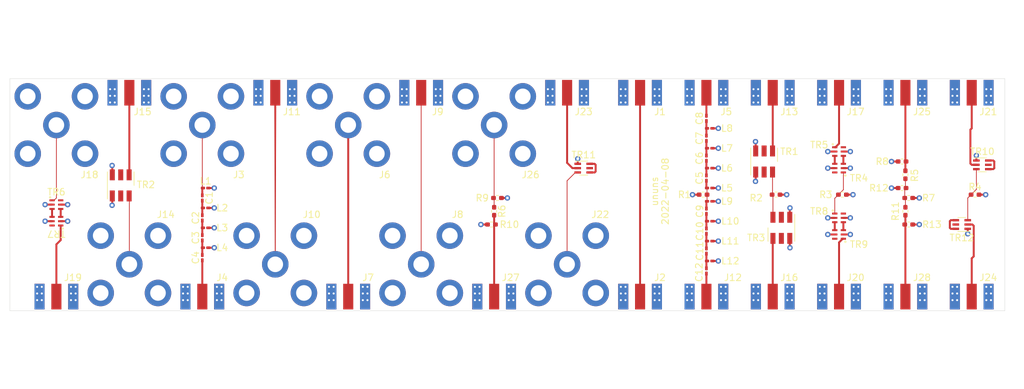
<source format=kicad_pcb>
(kicad_pcb (version 20211014) (generator pcbnew)
  (layers (0 "F.Cu" signal) (1 "In1.Cu" signal) (2 "In2.Cu" signal) (31 "B.Cu" signal) (34 "B.Paste" user) (35 "F.Paste" user) (36 "B.SilkS" user "B.Silkscreen") (37 "F.SilkS" user "F.Silkscreen") (38 "B.Mask" user) (39 "F.Mask" user) (44 "Edge.Cuts" user))
  (net 0 "")
  (net 1 "Net-(C1-Pad2)")
  (net 2 "Net-(C1-Pad1)")
  (net 3 "Net-(C2-Pad2)")
  (net 4 "Net-(C3-Pad2)")
  (net 5 "Net-(C5-Pad1)")
  (net 6 "Net-(C4-Pad2)")
  (net 7 "Net-(J6-Pad1)")
  (net 8 "Net-(C5-Pad2)")
  (net 9 "GND")
  (net 10 "Net-(J8-Pad1)")
  (net 11 "Net-(C7-Pad2)")
  (net 12 "Net-(J10-Pad1)")
  (net 13 "Net-(C8-Pad2)")
  (net 14 "Net-(C6-Pad2)")
  (net 15 "Net-(C12-Pad2)")
  (net 16 "Net-(J13-Pad1)")
  (net 17 "Net-(C10-Pad2)")
  (net 18 "Net-(C10-Pad1)")
  (net 19 "Net-(C11-Pad2)")
  (net 20 "Net-(J14-Pad1)")
  (net 21 "Net-(J15-Pad1)")
  (net 22 "Net-(J16-Pad1)")
  (net 23 "Net-(J17-Pad1)")
  (net 24 "Net-(J18-Pad1)")
  (net 25 "Net-(J1-Pad1)")
  (net 26 "Net-(J20-Pad1)")
  (net 27 "Net-(J21-Pad1)")
  (net 28 "Net-(J22-Pad1)")
  (net 29 "Net-(J23-Pad1)")
  (net 30 "Net-(J24-Pad1)")
  (net 31 "Net-(J25-Pad1)")
  (net 32 "Net-(J26-Pad1)")
  (net 33 "Net-(J27-Pad1)")
  (net 34 "Net-(J28-Pad1)")
  (net 35 "Net-(R2-Pad1)")
  (net 36 "Net-(R3-Pad1)")
  (net 37 "Net-(R4-Pad1)")
  (net 38 "Net-(R11-Pad1)")
  (net 39 "Net-(TR4-Pad3)")
  (net 40 "Net-(TR4-Pad4)")
  (net 41 "Net-(TR6-Pad3)")
  (net 42 "Net-(TR6-Pad4)")
  (net 43 "Net-(TR8-Pad3)")
  (net 44 "Net-(TR8-Pad4)")
  (net 45 "Net-(TR10-Pad4)")
  (net 46 "Net-(TR11-Pad4)")
  (net 47 "Net-(TR12-Pad4)")
  (net 48 "Net-(J19-Pad1)")
  (footprint "ununs:SMA-EDGE" (layer "F.Cu") (at 200 75 -90)
    (fp_text reference "J17")
    (fp_text value "Conn_Coaxial")
  )
  (footprint "ununs:F_Cinch_VF320_Vertical" (layer "F.Cu") (at 126 82)
    (fp_text reference "J6")
    (fp_text value "Conn_Coaxial")
  )
  (footprint "ununs:HHM15112A1" (layer "F.Cu") (at 82 96.5 180)
    (fp_text reference "TR7")
    (fp_text value "1720BL15A0100E")
  )
  (footprint "ununs:F_Cinch_VF320_Vertical" (layer "F.Cu") (at 104 82)
    (fp_text reference "J3")
    (fp_text value "Conn_Coaxial")
  )
  (footprint "ununs:F_Cinch_VF320_Vertical" (layer "F.Cu") (at 148 82)
    (fp_text reference "J26")
    (fp_text value "Conn_Coaxial")
  )
  (footprint "ununs:HHM15112A1" (layer "F.Cu") (at 200 86)
    (fp_text reference "TR5")
    (fp_text value "1720BL15A0100E")
  )
  (footprint "RF_Mini-Circuits:Mini-Circuits_DB1627" (layer "F.Cu") (at 188.7 87.5 180)
    (fp_text reference "TR1")
    (fp_text value "TC1.5-1+")
  )
  (footprint "ununs:SMA-EDGE" (layer "F.Cu") (at 190 75 -90)
    (fp_text reference "J13")
    (fp_text value "Conn_Coaxial")
  )
  (footprint "ununs:SMA-EDGE" (layer "F.Cu") (at 180 110 90)
    (fp_text reference "J12")
    (fp_text value "Conn_Coaxial")
  )
  (footprint "Resistor_SMD:R_0402_1005Metric_Pad0.72x0.64mm_HandSolder" (layer "F.Cu") (at 209.5 91.5 180)
    (fp_text reference "R7")
    (fp_text value "R")
  )
  (footprint "Inductor_SMD:L_0201_0603Metric_Pad0.64x0.40mm_HandSolder" (layer "F.Cu") (at 180.5 88.5)
    (fp_text reference "L6")
    (fp_text value "20 nH")
  )
  (footprint "ununs:F_Cinch_VF320_Vertical" (layer "F.Cu") (at 82 82)
    (fp_text reference "J18")
    (fp_text value "Conn_Coaxial")
  )
  (footprint "ununs:SMA-EDGE" (layer "F.Cu") (at 93 75 -90)
    (fp_text reference "J15")
    (fp_text value "Conn_Coaxial")
  )
  (footprint "Inductor_SMD:L_0201_0603Metric_Pad0.64x0.40mm_HandSolder" (layer "F.Cu") (at 180.5 82.5)
    (fp_text reference "L8")
    (fp_text value "22 nH")
  )
  (footprint "Capacitor_SMD:C_0201_0603Metric_Pad0.64x0.40mm_HandSolder" (layer "F.Cu") (at 180 104 -90)
    (fp_text reference "C12")
    (fp_text value "5.1 pF")
  )
  (footprint "Capacitor_SMD:C_0201_0603Metric_Pad0.64x0.40mm_HandSolder" (layer "F.Cu") (at 104 96 -90)
    (fp_text reference "C2")
    (fp_text value "3.3 pF")
  )
  (footprint "Inductor_SMD:L_0201_0603Metric_Pad0.64x0.40mm_HandSolder" (layer "F.Cu") (at 180.5 85.5)
    (fp_text reference "L7")
    (fp_text value "12 nH")
  )
  (footprint "ununs:SMA-EDGE" (layer "F.Cu") (at 159 75 -90)
    (fp_text reference "J23")
    (fp_text value "Conn_Coaxial")
  )
  (footprint "Resistor_SMD:R_0402_1005Metric_Pad0.72x0.64mm_HandSolder" (layer "F.Cu") (at 147.5975 97)
    (fp_text reference "R10")
    (fp_text value "86.6")
  )
  (footprint "ununs:SMA-EDGE" (layer "F.Cu") (at 190 110 90)
    (fp_text reference "J16")
    (fp_text value "Conn_Coaxial")
  )
  (footprint "ununs:F_Cinch_VF320_Vertical" (layer "F.Cu") (at 159 103)
    (fp_text reference "J22")
    (fp_text value "Conn_Coaxial")
  )
  (footprint "Inductor_SMD:L_0201_0603Metric_Pad0.64x0.40mm_HandSolder" (layer "F.Cu") (at 180.5 93.5)
    (fp_text reference "L9")
    (fp_text value "16 nH")
  )
  (footprint "Resistor_SMD:R_0402_1005Metric_Pad0.72x0.64mm_HandSolder" (layer "F.Cu") (at 210.5 97 180)
    (fp_text reference "R13")
    (fp_text value "86.6")
  )
  (footprint "Resistor_SMD:R_0402_1005Metric_Pad0.72x0.64mm_HandSolder" (layer "F.Cu") (at 148 95 -90)
    (fp_text reference "R6")
    (fp_text value "43.2")
  )
  (footprint "RF_Mini-Circuits:Mini-Circuits_DB1627" (layer "F.Cu") (at 191.3 97.5)
    (fp_text reference "TR3")
    (fp_text value "TC1.5-1+")
  )
  (footprint "RF_Converter:Balun_Johanson_0896BM15A0001" (layer "F.Cu") (at 221.6 88)
    (fp_text reference "TR10")
    (fp_text value "1350BL15B0075")
  )
  (footprint "Inductor_SMD:L_0201_0603Metric_Pad0.64x0.40mm_HandSolder" (layer "F.Cu") (at 180.5 102.5)
    (fp_text reference "L12")
    (fp_text value "22 nH")
  )
  (footprint "Inductor_SMD:L_0201_0603Metric_Pad0.64x0.40mm_HandSolder" (layer "F.Cu") (at 104.5 94.5)
    (fp_text reference "L2")
    (fp_text value "20 nH")
  )
  (footprint "Resistor_SMD:R_0402_1005Metric_Pad0.72x0.64mm_HandSolder" (layer "F.Cu") (at 209.5 87.5)
    (fp_text reference "R8")
    (fp_text value "86.6")
  )
  (footprint "Capacitor_SMD:C_0201_0603Metric_Pad0.64x0.40mm_HandSolder" (layer "F.Cu") (at 180 87 90)
    (fp_text reference "C6")
    (fp_text value "3.3 pF")
  )
  (footprint "Resistor_SMD:R_0402_1005Metric_Pad0.72x0.64mm_HandSolder" (layer "F.Cu") (at 210.5 93)
    (fp_text reference "R12")
    (fp_text value "R")
  )
  (footprint "Capacitor_SMD:C_0201_0603Metric_Pad0.64x0.40mm_HandSolder" (layer "F.Cu") (at 180 81 90)
    (fp_text reference "C8")
    (fp_text value "5.1 pF")
  )
  (footprint "ununs:SMA-EDGE" (layer "F.Cu") (at 115 75 -90)
    (fp_text reference "J11")
    (fp_text value "Conn_Coaxial")
  )
  (footprint "RF_Converter:Balun_Johanson_0896BM15A0001" (layer "F.Cu") (at 218.5 97 180)
    (fp_text reference "TR12")
    (fp_text value "1350BL15B0075")
  )
  (footprint "Resistor_SMD:R_0402_1005Metric_Pad0.72x0.64mm_HandSolder" (layer "F.Cu") (at 210 89.5 90)
    (fp_text reference "R5")
    (fp_text value "43.2")
  )
  (footprint "Inductor_SMD:L_0201_0603Metric_Pad0.64x0.40mm_HandSolder" (layer "F.Cu") (at 104.5 100.5)
    (fp_text reference "L4")
    (fp_text value "22 nH")
  )
  (footprint "Resistor_SMD:R_0402_1005Metric_Pad0.72x0.64mm_HandSolder" (layer "F.Cu") (at 190.5 92.5)
    (fp_text reference "R2")
    (fp_text value "75")
  )
  (footprint "ununs:SMA-EDGE" (layer "F.Cu") (at 210 110 90)
    (fp_text reference "J28")
    (fp_text value "Conn_Coaxial")
  )
  (footprint "Capacitor_SMD:C_0201_0603Metric_Pad0.64x0.40mm_HandSolder" (layer "F.Cu") (at 104 93 -90)
    (fp_text reference "C1")
    (fp_text value "3.9 pF")
  )
  (footprint "ununs:SMA-EDGE" (layer "F.Cu") (at 200 110 90)
    (fp_text reference "J20")
    (fp_text value "Conn_Coaxial")
  )
  (footprint "ununs:SMA-EDGE" (layer "F.Cu") (at 210 75 -90)
    (fp_text reference "J25")
    (fp_text value "Conn_Coaxial")
  )
  (footprint "RF_Converter:Balun_Johanson_0896BM15A0001" (layer "F.Cu") (at 161.5 88.5)
    (fp_text reference "TR11")
    (fp_text value "1350BL15B0075")
  )
  (footprint "ununs:F_Cinch_VF320_Vertical" (layer "F.Cu") (at 115 103)
    (fp_text reference "J10")
    (fp_text value "Conn_Coaxial")
  )
  (footprint "Resistor_SMD:R_0402_1005Metric_Pad0.72x0.64mm_HandSolder" (layer "F.Cu") (at 179.5 92.5 180)
    (fp_text reference "R1")
    (fp_text value "75")
  )
  (footprint "ununs:SMA-EDGE" (layer "F.Cu") (at 220 75 -90)
    (fp_text reference "J21")
    (fp_text value "Conn_Coaxial")
  )
  (footprint "Resistor_SMD:R_0402_1005Metric_Pad0.72x0.64mm_HandSolder" (layer "F.Cu") (at 200.5 92.5)
    (fp_text reference "R3")
    (fp_text value "75")
  )
  (footprint "ununs:SMA-EDGE" (layer "F.Cu") (at 170 75 -90)
    (fp_text reference "J1")
    (fp_text value "Conn_Coaxial")
  )
  (footprint "ununs:HHM15112A1" (layer "F.Cu") (at 200 88.5 180)
    (fp_text reference "TR4")
    (fp_text value "HHM15112A1")
  )
  (footprint "Resistor_SMD:R_0402_1005Metric_Pad0.72x0.64mm_HandSolder" (layer "F.Cu") (at 210 95 -90)
    (fp_text reference "R11")
    (fp_text value "43.2")
  )
  (footprint "ununs:HHM15112A1" (layer "F.Cu") (at 200 96)
    (fp_text reference "TR8")
    (fp_text value "HHM15112A1")
  )
  (footprint "Inductor_SMD:L_0201_0603Metric_Pad0.64x0.40mm_HandSolder" (layer "F.Cu") (at 180.5 96.5)
    (fp_text reference "L10")
    (fp_text value "20 nH")
  )
  (footprint "Inductor_SMD:L_0201_0603Metric_Pad0.64x0.40mm_HandSolder" (layer "F.Cu") (at 104.5 91.5)
    (fp_text reference "L1")
    (fp_text value "16 nH")
  )
  (footprint "Capacitor_SMD:C_0201_0603Metric_Pad0.64x0.40mm_HandSolder" (layer "F.Cu") (at 180 84 90)
    (fp_text reference "C7")
    (fp_text value "15 pF")
  )
  (footprint "Resistor_SMD:R_0402_1005Metric_Pad0.72x0.64mm_HandSolder" (layer "F.Cu") (at 220.5 92.5)
    (fp_text reference "R4")
    (fp_text value "75")
  )
  (footprint "Capacitor_SMD:C_0201_0603Metric_Pad0.64x0.40mm_HandSolder" (layer "F.Cu") (at 180 95 -90)
    (fp_text reference "C9")
    (fp_text value "3.9 pF")
  )
  (footprint "Capacitor_SMD:C_0201_0603Metric_Pad0.64x0.40mm_HandSolder" (layer "F.Cu") (at 180 101 -90)
    (fp_text reference "C11")
    (fp_text value "15 pF")
  )
  (footprint "Capacitor_SMD:C_0201_0603Metric_Pad0.64x0.40mm_HandSolder" (layer "F.Cu") (at 180 98 -90)
    (fp_text reference "C10")
    (fp_text value "3.3 pF")
  )
  (footprint "Resistor_SMD:R_0402_1005Metric_Pad0.72x0.64mm_HandSolder" (layer "F.Cu") (at 148.5 93)
    (fp_text reference "R9")
    (fp_text value "R")
  )
  (footprint "Inductor_SMD:L_0201_0603Metric_Pad0.64x0.40mm_HandSolder" (layer "F.Cu") (at 104.5 97.5)
    (fp_text reference "L3")
    (fp_text value "12 nH")
  )
  (footprint "ununs:HHM15112A1" (layer "F.Cu") (at 82 94)
    (fp_text reference "TR6")
    (fp_text value "HHM15112A1")
  )
  (footprint "Inductor_SMD:L_0201_0603Metric_Pad0.64x0.40mm_HandSolder" (layer "F.Cu") (at 180.5 91.5)
    (fp_text reference "L5")
    (fp_text value "16 nH")
  )
  (footprint "RF_Mini-Circuits:Mini-Circuits_DB1627" (layer "F.Cu") (at 91.7 91.1 180)
    (fp_text reference "TR2")
    (fp_text value "TC1.5-1+")
  )
  (footprint "ununs:SMA-EDGE" (layer "F.Cu") (at 82 110 90)
    (fp_text reference "J19")
    (fp_text value "Conn_Coaxial")
  )
  (footprint "Inductor_SMD:L_0201_0603Metric_Pad0.64x0.40mm_HandSolder" (layer "F.Cu") (at 180.5 99.5)
    (fp_text reference "L11")
    (fp_text value "12 nH")
  )
  (footprint "ununs:F_Cinch_VF320_Vertical" (layer "F.Cu") (at 137 103)
    (fp_text reference "J8")
    (fp_text value "Conn_Coaxial")
  )
  (footprint "ununs:SMA-EDGE" (layer "F.Cu") (at 104 110 90)
    (fp_text reference "J4")
    (fp_text value "Conn_Coaxial")
  )
  (footprint "Capacitor_SMD:C_0201_0603Metric_Pad0.64x0.40mm_HandSolder" (layer "F.Cu") (at 180 90 90)
    (fp_text reference "C5")
    (fp_text value "3.9 pF")
  )
  (footprint "ununs:SMA-EDGE" (layer "F.Cu") (at 220 110 90)
    (fp_text reference "J24")
    (fp_text value "Conn_Coaxial")
  )
  (footprint "ununs:SMA-EDGE" (layer "F.Cu") (at 180 75 -90)
    (fp_text reference "J5")
    (fp_text value "Conn_Coaxial")
  )
  (footprint "ununs:HHM15112A1" (layer "F.Cu") (at 200 98.5 180)
    (fp_text reference "TR9")
    (fp_text value "1720BL15A0100E")
  )
  (footprint "Capacitor_SMD:C_0201_0603Metric_Pad0.64x0.40mm_HandSolder" (layer "F.Cu") (at 104 99 -90)
    (fp_text reference "C3")
    (fp_text value "15 pF")
  )
  (footprint "ununs:SMA-EDGE" (layer "F.Cu") (at 148 110 90)
    (fp_text reference "J27")
    (fp_text value "Conn_Coaxial")
  )
  (footprint "ununs:SMA-EDGE" (layer "F.Cu") (at 170 110 90)
    (fp_text reference "J2")
    (fp_text value "Conn_Coaxial")
  )
  (footprint "ununs:SMA-EDGE" (layer "F.Cu") (at 137 75 -90)
    (fp_text reference "J9")
    (fp_text value "Conn_Coaxial")
  )
  (footprint "Capacitor_SMD:C_0201_0603Metric_Pad0.64x0.40mm_HandSolder" (layer "F.Cu") (at 104 102 -90)
    (fp_text reference "C4")
    (fp_text value "5.1 pF")
  )
  (footprint "ununs:SMA-EDGE" (layer "F.Cu") (at 126 110 90)
    (fp_text reference "J7")
    (fp_text value "Conn_Coaxial")
  )
  (footprint "ununs:F_Cinch_VF320_Vertical" (layer "F.Cu") (at 93 103)
    (fp_text reference "J14")
    (fp_text value "Conn_Coaxial")
  )
  (gr_line (start 225 75) (end 225 110) (layer "Edge.Cuts") (width 0.05))
  (gr_line (start 225 110) (end 75 110) (layer "Edge.Cuts") (width 0.05))
  (gr_line (start 75 75) (end 225 75) (layer "Edge.Cuts") (width 0.05))
  (gr_line (start 75 110) (end 75 75) (layer "Edge.Cuts") (width 0.05))
  (gr_text "ununs\n2022-04-08" (at 173 92 90) (layer "F.SilkS") (effects (font (size 1 1))))
  (segment (start 104 94.5925) (end 104.0925 94.5) (width 0.29337) (layer "F.Cu") (net 1))
  (segment (start 104 94.4075) (end 104.0925 94.5) (width 0.29337) (layer "F.Cu") (net 1))
  (segment (start 104 93.4075) (end 104 94.4075) (width 0.29337) (layer "F.Cu") (net 1))
  (segment (start 104 95.5925) (end 104 94.5925) (width 0.29337) (layer "F.Cu") (net 1))
  (segment (start 104 91.4075) (end 104.0925 91.5) (width 0.2) (layer "F.Cu") (net 2))
  (segment (start 104 91.5925) (end 104.0925 91.5) (width 0.29337) (layer "F.Cu") (net 2))
  (segment (start 104 92.5925) (end 104 91.5925) (width 0.29337) (layer "F.Cu") (net 2))
  (segment (start 104 82) (end 104 91.4075) (width 0.114808) (layer "F.Cu") (net 2))
  (segment (start 104 96.4075) (end 104 97.4075) (width 0.29337) (layer "F.Cu") (net 3))
  (segment (start 104 97.4075) (end 104.0925 97.5) (width 0.29337) (layer "F.Cu") (net 3))
  (segment (start 104 97.5925) (end 104.0925 97.5) (width 0.29337) (layer "F.Cu") (net 3))
  (segment (start 104 98.5925) (end 104 97.5925) (width 0.29337) (layer "F.Cu") (net 3))
  (segment (start 104 100.5925) (end 104.0925 100.5) (width 0.29337) (layer "F.Cu") (net 4))
  (segment (start 104 100.4075) (end 104.0925 100.5) (width 0.29337) (layer "F.Cu") (net 4))
  (segment (start 104 99.4075) (end 104 100.4075) (width 0.29337) (layer "F.Cu") (net 4))
  (segment (start 104 101.5925) (end 104 100.5925) (width 0.29337) (layer "F.Cu") (net 4))
  (segment (start 180.0925 92.495) (end 180.0975 92.5) (width 0.2) (layer "F.Cu") (net 5))
  (segment (start 180 90.4075) (end 180 91.4075) (width 0.29337) (layer "F.Cu") (net 5))
  (segment (start 180 93.5925) (end 180.0925 93.5) (width 0.29337) (layer "F.Cu") (net 5))
  (segment (start 180.0975 92.5) (end 180.0975 93.495) (width 0.114808) (layer "F.Cu") (net 5))
  (segment (start 180.0925 91.5) (end 180.0925 92.495) (width 0.114808) (layer "F.Cu") (net 5))
  (segment (start 180 91.4075) (end 180.0925 91.5) (width 0.29337) (layer "F.Cu") (net 5))
  (segment (start 180.0975 93.495) (end 180.0925 93.5) (width 0.2) (layer "F.Cu") (net 5))
  (segment (start 180 94.5925) (end 180 93.5925) (width 0.29337) (layer "F.Cu") (net 5))
  (segment (start 104 107.968) (end 104 102.4075) (width 0.29337) (layer "F.Cu") (net 6))
  (segment (start 126 107.968) (end 126 82) (width 0.29337) (layer "F.Cu") (net 7))
  (segment (start 180 87.4075) (end 180 88.4075) (width 0.29337) (layer "F.Cu") (net 8))
  (segment (start 180 88.5925) (end 180.0925 88.5) (width 0.29337) (layer "F.Cu") (net 8))
  (segment (start 180 88.4075) (end 180.0925 88.5) (width 0.29337) (layer "F.Cu") (net 8))
  (segment (start 180 89.5925) (end 180 88.5925) (width 0.29337) (layer "F.Cu") (net 8))
  (segment (start 191.0975 92.5) (end 192.1 92.5) (width 0.29337) (layer "F.Cu") (net 9))
  (segment (start 81.35 94) (end 80.3 94) (width 0.29337) (layer "F.Cu") (net 9))
  (segment (start 149.0975 93) (end 150 93) (width 0.29337) (layer "F.Cu") (net 9))
  (segment (start 199.35 86) (end 198.3 86) (width 0.29337) (layer "F.Cu") (net 9))
  (segment (start 199.35 96) (end 198.3 96) (width 0.29337) (layer "F.Cu") (net 9))
  (segment (start 200.65 98.5) (end 201.7 98.5) (width 0.29337) (layer "F.Cu") (net 9))
  (segment (start 147 97) (end 146 97) (width 0.29337) (layer "F.Cu") (net 9))
  (segment (start 192.57 94.53) (end 192.6 94.5) (width 0.29337) (layer "F.Cu") (net 9))
  (segment (start 160.6 87.85) (end 160.6 87.1) (width 0.29337) (layer "F.Cu") (net 9))
  (segment (start 81.35 96.5) (end 80.3 96.5) (width 0.29337) (layer "F.Cu") (net 9))
  (segment (start 187.43 84.53) (end 187.4 84.5) (width 0.29337) (layer "F.Cu") (net 9))
  (segment (start 90.43 92.69) (end 90.43 94.07) (width 0.29337) (layer "F.Cu") (net 9))
  (segment (start 90.43 94.07) (end 90.4 94.1) (width 0.29337) (layer "F.Cu") (net 9))
  (segment (start 104.9075 94.5) (end 105.8 94.5) (width 0.29337) (layer "F.Cu") (net 9))
  (segment (start 208.9025 91.5) (end 207.9 91.5) (width 0.29337) (layer "F.Cu") (net 9))
  (segment (start 82.65 94) (end 83.7 94) (width 0.29337) (layer "F.Cu") (net 9))
  (segment (start 208.9025 87.5) (end 207.9 87.5) (width 0.29337) (layer "F.Cu") (net 9))
  (segment (start 211.0975 93) (end 212.1 93) (width 0.29337) (layer "F.Cu") (net 9))
  (segment (start 180.9075 82.5) (end 181.8 82.5) (width 0.29337) (layer "F.Cu") (net 9))
  (segment (start 187.43 90.47) (end 187.4 90.5) (width 0.29337) (layer "F.Cu") (net 9))
  (segment (start 180.9075 93.5) (end 181.8 93.5) (width 0.29337) (layer "F.Cu") (net 9))
  (segment (start 219.4 97.65) (end 219.4 98.4) (width 0.29337) (layer "F.Cu") (net 9))
  (segment (start 187.43 89.09) (end 187.43 90.47) (width 0.29337) (layer "F.Cu") (net 9))
  (segment (start 180.9075 99.5) (end 181.8 99.5) (width 0.29337) (layer "F.Cu") (net 9))
  (segment (start 199.35 98.5) (end 198.3 98.5) (width 0.29337) (layer "F.Cu") (net 9))
  (segment (start 178.9025 92.5) (end 177.9 92.5) (width 0.29337) (layer "F.Cu") (net 9))
  (segment (start 90.43 88.13) (end 90.4 88.1) (width 0.29337) (layer "F.Cu") (net 9))
  (segment (start 200.65 96) (end 201.7 96) (width 0.29337) (layer "F.Cu") (net 9))
  (segment (start 192.57 100.47) (end 192.6 100.5) (width 0.29337) (layer "F.Cu") (net 9))
  (segment (start 104.9075 97.5) (end 105.8 97.5) (width 0.29337) (layer "F.Cu") (net 9))
  (segment (start 200.65 86) (end 201.7 86) (width 0.29337) (layer "F.Cu") (net 9))
  (segment (start 180.9075 96.5) (end 181.8 96.5) (width 0.29337) (layer "F.Cu") (net 9))
  (segment (start 211.0975 97) (end 212.1 97) (width 0.29337) (layer "F.Cu") (net 9))
  (segment (start 82.65 96.5) (end 83.7 96.5) (width 0.29337) (layer "F.Cu") (net 9))
  (segment (start 180.9075 88.5) (end 181.8 88.5) (width 0.29337) (layer "F.Cu") (net 9))
  (segment (start 199.35 88.5) (end 198.3 88.5) (width 0.29337) (layer "F.Cu") (net 9))
  (segment (start 187.43 85.91) (end 187.43 84.53) (width 0.29337) (layer "F.Cu") (net 9))
  (segment (start 200.65 88.5) (end 201.7 88.5) (width 0.29337) (layer "F.Cu") (net 9))
  (segment (start 180.9075 85.5) (end 181.8 85.5) (width 0.29337) (layer "F.Cu") (net 9))
  (segment (start 104.9075 91.5) (end 105.8 91.5) (width 0.29337) (layer "F.Cu") (net 9))
  (segment (start 90.43 89.51) (end 90.43 88.13) (width 0.29337) (layer "F.Cu") (net 9))
  (segment (start 192.57 99.09) (end 192.57 100.47) (width 0.29337) (layer "F.Cu") (net 9))
  (segment (start 201.0975 92.5) (end 202.1 92.5) (width 0.29337) (layer "F.Cu") (net 9))
  (segment (start 192.57 95.91) (end 192.57 94.53) (width 0.29337) (layer "F.Cu") (net 9))
  (segment (start 104.9075 100.5) (end 105.8 100.5) (width 0.29337) (layer "F.Cu") (net 9))
  (segment (start 220.7 87.35) (end 220.7 86.6) (width 0.29337) (layer "F.Cu") (net 9))
  (segment (start 221.0975 92.5) (end 222.1 92.5) (width 0.29337) (layer "F.Cu") (net 9))
  (segment (start 180.9075 102.5) (end 181.8 102.5) (width 0.29337) (layer "F.Cu") (net 9))
  (segment (start 180.9075 91.5) (end 181.8 91.5) (width 0.29337) (layer "F.Cu") (net 9))
  (via (at 187.4 90.5) (size 0.8) (drill 0.4) (layers "F.Cu" "B.Cu") (net 9))
  (via (at 181.8 96.5) (size 0.8) (drill 0.4) (layers "F.Cu" "B.Cu") (net 9))
  (via (at 181.8 93.5) (size 0.8) (drill 0.4) (layers "F.Cu" "B.Cu") (net 9))
  (via (at 181.8 82.5) (size 0.8) (drill 0.4) (layers "F.Cu" "B.Cu") (net 9))
  (via (at 181.8 85.5) (size 0.8) (drill 0.4) (layers "F.Cu" "B.Cu") (net 9))
  (via (at 150 93) (size 0.8) (drill 0.4) (layers "F.Cu" "B.Cu") (net 9))
  (via (at 187.4 84.5) (size 0.8) (drill 0.4) (layers "F.Cu" "B.Cu") (net 9))
  (via (at 212.1 93) (size 0.8) (drill 0.4) (layers "F.Cu" "B.Cu") (net 9))
  (via (at 181.8 88.5) (size 0.8) (drill 0.4) (layers "F.Cu" "B.Cu") (net 9))
  (via (at 220.7 86.6) (size 0.8) (drill 0.4) (layers "F.Cu" "B.Cu") (net 9))
  (via (at 198.3 86) (size 0.8) (drill 0.4) (layers "F.Cu" "B.Cu") (net 9))
  (via (at 201.7 98.5) (size 0.8) (drill 0.4) (layers "F.Cu" "B.Cu") (net 9))
  (via (at 201.7 96) (size 0.8) (drill 0.4) (layers "F.Cu" "B.Cu") (net 9))
  (via (at 105.8 97.5) (size 0.8) (drill 0.4) (layers "F.Cu" "B.Cu") (net 9))
  (via (at 105.8 91.5) (size 0.8) (drill 0.4) (layers "F.Cu" "B.Cu") (net 9))
  (via (at 90.4 88.1) (size 0.8) (drill 0.4) (layers "F.Cu" "B.Cu") (net 9))
  (via (at 202.1 92.5) (size 0.8) (drill 0.4) (layers "F.Cu" "B.Cu") (net 9))
  (via (at 198.3 98.5) (size 0.8) (drill 0.4) (layers "F.Cu" "B.Cu") (net 9))
  (via (at 198.3 96) (size 0.8) (drill 0.4) (layers "F.Cu" "B.Cu") (net 9))
  (via (at 192.6 100.5) (size 0.8) (drill 0.4) (layers "F.Cu" "B.Cu") (net 9))
  (via (at 160.6 87.1) (size 0.8) (drill 0.4) (layers "F.Cu" "B.Cu") (net 9))
  (via (at 80.3 96.5) (size 0.8) (drill 0.4) (layers "F.Cu" "B.Cu") (net 9))
  (via (at 201.7 86) (size 0.8) (drill 0.4) (layers "F.Cu" "B.Cu") (net 9))
  (via (at 80.3 94) (size 0.8) (drill 0.4) (layers "F.Cu" "B.Cu") (net 9))
  (via (at 146 97) (size 0.8) (drill 0.4) (layers "F.Cu" "B.Cu") (net 9))
  (via (at 177.9 92.5) (size 0.8) (drill 0.4) (layers "F.Cu" "B.Cu") (net 9))
  (via (at 192.6 94.5) (size 0.8) (drill 0.4) (layers "F.Cu" "B.Cu") (net 9))
  (via (at 181.8 99.5) (size 0.8) (drill 0.4) (layers "F.Cu" "B.Cu") (net 9))
  (via (at 105.8 100.5) (size 0.8) (drill 0.4) (layers "F.Cu" "B.Cu") (net 9))
  (via (at 201.7 88.5) (size 0.8) (drill 0.4) (layers "F.Cu" "B.Cu") (net 9))
  (via (at 222.1 92.5) (size 0.8) (drill 0.4) (layers "F.Cu" "B.Cu") (net 9))
  (via (at 192.1 92.5) (size 0.8) (drill 0.4) (layers "F.Cu" "B.Cu") (net 9))
  (via (at 181.8 91.5) (size 0.8) (drill 0.4) (layers "F.Cu" "B.Cu") (net 9))
  (via (at 198.3 88.5) (size 0.8) (drill 0.4) (layers "F.Cu" "B.Cu") (net 9))
  (via (at 181.8 102.5) (size 0.8) (drill 0.4) (layers "F.Cu" "B.Cu") (net 9))
  (via (at 212.1 97) (size 0.8) (drill 0.4) (layers "F.Cu" "B.Cu") (net 9))
  (via (at 83.7 96.5) (size 0.8) (drill 0.4) (layers "F.Cu" "B.Cu") (net 9))
  (via (at 105.8 94.5) (size 0.8) (drill 0.4) (layers "F.Cu" "B.Cu") (net 9))
  (via (at 207.9 87.5) (size 0.8) (drill 0.4) (layers "F.Cu" "B.Cu") (net 9))
  (via (at 219.4 98.4) (size 0.8) (drill 0.4) (layers "F.Cu" "B.Cu") (net 9))
  (via (at 207.9 91.5) (size 0.8) (drill 0.4) (layers "F.Cu" "B.Cu") (net 9))
  (via (at 90.4 94.1) (size 0.8) (drill 0.4) (layers "F.Cu" "B.Cu") (net 9))
  (via (at 83.7 94) (size 0.8) (drill 0.4) (layers "F.Cu" "B.Cu") (net 9))
  (segment (start 137 103) (end 137 77.132) (width 0.114808) (layer "F.Cu") (net 10))
  (segment (start 180 82.4075) (end 180.0925 82.5) (width 0.29337) (layer "F.Cu") (net 11))
  (segment (start 180 82.5925) (end 180.0925 82.5) (width 0.29337) (layer "F.Cu") (net 11))
  (segment (start 180 81.4075) (end 180 82.4075) (width 0.29337) (layer "F.Cu") (net 11))
  (segment (start 180 83.5925) (end 180 82.5925) (width 0.29337) (layer "F.Cu") (net 11))
  (segment (start 115 103) (end 115 79) (width 0.115) (layer "F.Cu") (net 12))
  (segment (start 115 77.032) (end 115 79) (width 0.29337) (layer "F.Cu") (net 12))
  (segment (start 180 77.132) (end 180 80.5925) (width 0.29337) (layer "F.Cu") (net 13))
  (segment (start 180 85.4075) (end 180.0925 85.5) (width 0.29337) (layer "F.Cu") (net 14))
  (segment (start 180 86.5925) (end 180 85.5925) (width 0.29337) (layer "F.Cu") (net 14))
  (segment (start 180 85.5925) (end 180.0925 85.5) (width 0.29337) (layer "F.Cu") (net 14))
  (segment (start 180 84.4075) (end 180 85.4075) (width 0.29337) (layer "F.Cu") (net 14))
  (segment (start 180 107.868) (end 180 104.4075) (width 0.29337) (layer "F.Cu") (net 15))
  (segment (start 190 85.88) (end 189.97 85.91) (width 0.29337) (layer "F.Cu") (net 16))
  (segment (start 190 77.132) (end 190 85.88) (width 0.29337) (layer "F.Cu") (net 16))
  (segment (start 180 98.4075) (end 180 99.4075) (width 0.29337) (layer "F.Cu") (net 17))
  (segment (start 180 99.5925) (end 180.0925 99.5) (width 0.29337) (layer "F.Cu") (net 17))
  (segment (start 180 99.4075) (end 180.0925 99.5) (width 0.29337) (layer "F.Cu") (net 17))
  (segment (start 180 100.5925) (end 180 99.5925) (width 0.29337) (layer "F.Cu") (net 17))
  (segment (start 180 97.5925) (end 180 96.5925) (width 0.29337) (layer "F.Cu") (net 18))
  (segment (start 180 96.5925) (end 180.0925 96.5) (width 0.29337) (layer "F.Cu") (net 18))
  (segment (start 180 96.4075) (end 180.0925 96.5) (width 0.29337) (layer "F.Cu") (net 18))
  (segment (start 180 95.4075) (end 180 96.4075) (width 0.29337) (layer "F.Cu") (net 18))
  (segment (start 180 101.4075) (end 180 102.4075) (width 0.29337) (layer "F.Cu") (net 19))
  (segment (start 180 102.4075) (end 180.0925 102.5) (width 0.29337) (layer "F.Cu") (net 19))
  (segment (start 180 103.5925) (end 180 102.5925) (width 0.29337) (layer "F.Cu") (net 19))
  (segment (start 180 102.5925) (end 180.0925 102.5) (width 0.29337) (layer "F.Cu") (net 19))
  (segment (start 93 103) (end 93 92.72) (width 0.114808) (layer "F.Cu") (net 20))
  (segment (start 93 92.72) (end 92.97 92.69) (width 0.2) (layer "F.Cu") (net 20))
  (segment (start 93 89.48) (end 92.97 89.51) (width 0.29337) (layer "F.Cu") (net 21))
  (segment (start 93 77.032) (end 93 89.48) (width 0.29337) (layer "F.Cu") (net 21))
  (segment (start 190 99.12) (end 190.03 99.09) (width 0.29337) (layer "F.Cu") (net 22))
  (segment (start 190 107.868) (end 190 99.12) (width 0.29337) (layer "F.Cu") (net 22))
  (segment (start 200 77.132) (end 200 84.8) (width 0.29337) (layer "F.Cu") (net 23))
  (segment (start 200 84.8) (end 199.45 85.35) (width 0.29337) (layer "F.Cu") (net 23))
  (segment (start 199.45 85.35) (end 199.35 85.35) (width 0.29337) (layer "F.Cu") (net 23))
  (segment (start 82 93) (end 81.65 93.35) (width 0.114808) (layer "F.Cu") (net 24))
  (segment (start 82 82) (end 82 93) (width 0.114808) (layer "F.Cu") (net 24))
  (segment (start 81.65 93.35) (end 81.35 93.35) (width 0.2) (layer "F.Cu") (net 24))
  (segment (start 170 77.132) (end 170 107.868) (width 0.29337) (layer "F.Cu") (net 25))
  (segment (start 200 99.7) (end 200.55 99.15) (width 0.29337) (layer "F.Cu") (net 26))
  (segment (start 200.55 99.15) (end 200.65 99.15) (width 0.29337) (layer "F.Cu") (net 26))
  (segment (start 200 107.868) (end 200 99.7) (width 0.29337) (layer "F.Cu") (net 26))
  (segment (start 220 82.5) (end 220 77.132) (width 0.29337) (layer "F.Cu") (net 27))
  (segment (start 220.7 88) (end 220 88) (width 0.29337) (layer "F.Cu") (net 27))
  (segment (start 220 88) (end 219.8 87.8) (width 0.29337) (layer "F.Cu") (net 27))
  (segment (start 219.8 87.8) (end 219.8 82.7) (width 0.29337) (layer "F.Cu") (net 27))
  (segment (start 219.8 82.7) (end 220 82.5) (width 0.29337) (layer "F.Cu") (net 27))
  (segment (start 160.25 89.15) (end 160.6 89.15) (width 0.2) (layer "F.Cu") (net 28))
  (segment (start 159 90.4) (end 160.25 89.15) (width 0.114808) (layer "F.Cu") (net 28))
  (segment (start 159 103) (end 159 90.4) (width 0.114808) (layer "F.Cu") (net 28))
  (segment (start 159.8 88.5) (end 160.6 88.5) (width 0.29337) (layer "F.Cu") (net 29))
  (segment (start 159 87.7) (end 159.8 88.5) (width 0.29337) (layer "F.Cu") (net 29))
  (segment (start 159 77.132) (end 159 87.7) (width 0.29337) (layer "F.Cu") (net 29))
  (segment (start 219.4 97) (end 220.1 97) (width 0.29337) (layer "F.Cu") (net 30))
  (segment (start 220.1 97) (end 220.3 97.2) (width 0.29337) (layer "F.Cu") (net 30))
  (segment (start 220.3 97.2) (end 220.3 101.8) (width 0.29337) (layer "F.Cu") (net 30))
  (segment (start 220.3 101.8) (end 220 102.1) (width 0.29337) (layer "F.Cu") (net 30))
  (segment (start 220 102.1) (end 220 107.868) (width 0.29337) (layer "F.Cu") (net 30))
  (segment (start 210 88.9025) (end 210 87.5975) (width 0.29337) (layer "F.Cu") (net 31))
  (segment (start 210 87.5975) (end 210.0975 87.5) (width 0.29337) (layer "F.Cu") (net 31))
  (segment (start 210 87.4025) (end 210.0975 87.5) (width 0.29337) (layer "F.Cu") (net 31))
  (segment (start 210 77.132) (end 210 87.4025) (width 0.29337) (layer "F.Cu") (net 31))
  (segment (start 148 92.9025) (end 147.9025 93) (width 0.2) (layer "F.Cu") (net 32))
  (segment (start 148 94.4025) (end 148 93.0975) (width 0.114808) (layer "F.Cu") (net 32))
  (segment (start 148 93.0975) (end 147.9025 93) (width 0.2) (layer "F.Cu") (net 32))
  (segment (start 148 82) (end 148 92.9025) (width 0.114808) (layer "F.Cu") (net 32))
  (segment (start 148 95.5975) (end 148 96.805) (width 0.29337) (layer "F.Cu") (net 33))
  (segment (start 148 107.868) (end 148 97.195) (width 0.29337) (layer "F.Cu") (net 33))
  (segment (start 148 96.805) (end 148.195 97) (width 0.29337) (layer "F.Cu") (net 33))
  (segment (start 148 97.195) (end 148.195 97) (width 0.29337) (layer "F.Cu") (net 33))
  (segment (start 210 107.868) (end 210 97.0975) (width 0.29337) (layer "F.Cu") (net 34))
  (segment (start 210 97.0975) (end 209.9025 97) (width 0.29337) (layer "F.Cu") (net 34))
  (segment (start 210 96.9025) (end 209.9025 97) (width 0.29337) (layer "F.Cu") (net 34))
  (segment (start 210 95.5975) (end 210 96.9025) (width 0.29337) (layer "F.Cu") (net 34))
  (segment (start 189.97 92.4325) (end 189.9025 92.5) (width 0.2) (layer "F.Cu") (net 35))
  (segment (start 190.03 92.6275) (end 189.9025 92.5) (width 0.2) (layer "F.Cu") (net 35))
  (segment (start 189.97 89.09) (end 189.97 92.4325) (width 0.114808) (layer "F.Cu") (net 35))
  (segment (start 190.03 95.91) (end 190.03 92.6275) (width 0.114808) (layer "F.Cu") (net 35))
  (segment (start 199.35 93.0525) (end 199.9025 92.5) (width 0.114808) (layer "F.Cu") (net 36))
  (segment (start 200.65 91.7525) (end 199.9025 92.5) (width 0.114808) (layer "F.Cu") (net 36))
  (segment (start 199.35 95.35) (end 199.35 93.0525) (width 0.114808) (layer "F.Cu") (net 36))
  (segment (start 200.65 89.15) (end 200.65 91.7525) (width 0.114808) (layer "F.Cu") (net 36))
  (segment (start 219.4 93.0025) (end 219.9025 92.5) (width 0.114808) (layer "F.Cu") (net 37))
  (segment (start 219.4 96.35) (end 219.4 93.0025) (width 0.114808) (layer "F.Cu") (net 37))
  (segment (start 220.7 88.65) (end 220.7 91.7025) (width 0.114808) (layer "F.Cu") (net 37))
  (segment (start 220.7 91.7025) (end 219.9025 92.5) (width 0.114808) (layer "F.Cu") (net 37))
  (segment (start 210 93.0975) (end 209.9025 93) (width 0.2) (layer "F.Cu") (net 38))
  (segment (start 210 90.0975) (end 210 91.4025) (width 0.114808) (layer "F.Cu") (net 38))
  (segment (start 210 94.4025) (end 210 93.0975) (width 0.114808) (layer "F.Cu") (net 38))
  (segment (start 209.9025 91.695) (end 210.0975 91.5) (width 0.2) (layer "F.Cu") (net 38))
  (segment (start 210 91.4025) (end 210.0975 91.5) (width 0.2) (layer "F.Cu") (net 38))
  (segment (start 209.9025 93) (end 209.9025 91.695) (width 0.114808) (layer "F.Cu") (net 38))
  (segment (start 200.65 86.65) (end 200.65 87.85) (width 0.29337) (layer "F.Cu") (net 39))
  (segment (start 199.35 86.65) (end 199.35 87.85) (width 0.29337) (layer "F.Cu") (net 40))
  (segment (start 81.35 95.85) (end 81.35 94.65) (width 0.29337) (layer "F.Cu") (net 41))
  (segment (start 82.65 95.85) (end 82.65 94.65) (width 0.29337) (layer "F.Cu") (net 42))
  (segment (start 199.35 96.65) (end 199.35 97.85) (width 0.29337) (layer "F.Cu") (net 43))
  (segment (start 200.65 96.65) (end 200.65 97.85) (width 0.29337) (layer "F.Cu") (net 44))
  (segment (start 223.25 88.65) (end 222.5 88.65) (width 0.29337) (layer "F.Cu") (net 45))
  (segment (start 223.25 87.35) (end 223.4 87.5) (width 0.29337) (layer "F.Cu") (net 45))
  (segment (start 223.4 88.5) (end 223.25 88.65) (width 0.29337) (layer "F.Cu") (net 45))
  (segment (start 222.5 87.35) (end 223.25 87.35) (width 0.29337) (layer "F.Cu") (net 45))
  (segment (start 223.4 87.5) (end 223.4 88.5) (width 0.29337) (layer "F.Cu") (net 45))
  (segment (start 163.15 89.15) (end 162.4 89.15) (width 0.29337) (layer "F.Cu") (net 46))
  (segment (start 163.15 87.85) (end 163.3 88) (width 0.29337) (layer "F.Cu") (net 46))
  (segment (start 162.4 87.85) (end 163.15 87.85) (width 0.29337) (layer "F.Cu") (net 46))
  (segment (start 163.3 88) (end 163.3 89) (width 0.29337) (layer "F.Cu") (net 46))
  (segment (start 163.3 89) (end 163.15 89.15) (width 0.29337) (layer "F.Cu") (net 46))
  (segment (start 216.7 97.5) (end 216.85 97.65) (width 0.29337) (layer "F.Cu") (net 47))
  (segment (start 216.7 96.5) (end 216.7 97.5) (width 0.29337) (layer "F.Cu") (net 47))
  (segment (start 216.85 96.35) (end 216.7 96.5) (width 0.29337) (layer "F.Cu") (net 47))
  (segment (start 216.85 97.65) (end 217.6 97.65) (width 0.29337) (layer "F.Cu") (net 47))
  (segment (start 217.6 96.35) (end 216.85 96.35) (width 0.29337) (layer "F.Cu") (net 47))
  (segment (start 82.65 99.35) (end 82.65 97.15) (width 0.29337) (layer "F.Cu") (net 48))
  (segment (start 82.65 99.35) (end 82 100) (width 0.29337) (layer "F.Cu") (net 48))
  (segment (start 82 100) (end 82 107.868) (width 0.29337) (layer "F.Cu") (net 48))
  (zone (net 12) (net_name "Net-(J10-Pad1)") (layer "F.Cu") (connect_pads yes (clearance 0.508)) (min_thickness 0.0254) (fill yes (thermal_gap 0.508) (thermal_bridge_width 0.508))
    (polygon (pts (xy 115.057 101.001) (xy 114.943 101.001) (xy 114.854 78.964) (xy 115.146 78.964)))
  )
)
</source>
